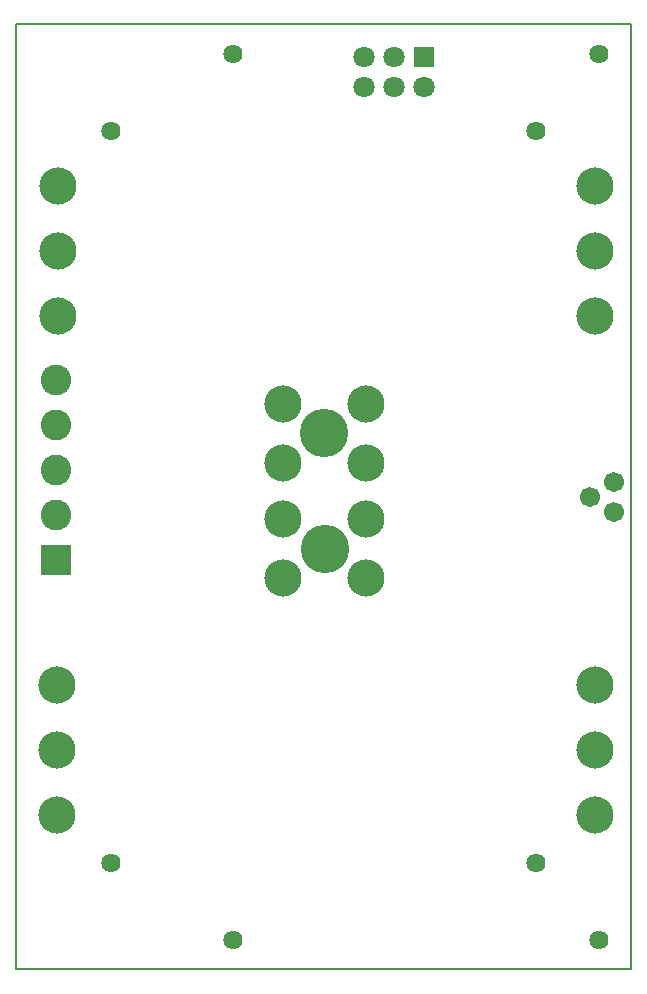
<source format=gbs>
G04*
G04 #@! TF.GenerationSoftware,Altium Limited,Altium Designer,19.0.14 (431)*
G04*
G04 Layer_Color=10517442*
%FSLAX25Y25*%
%MOIN*%
G70*
G01*
G75*
%ADD10C,0.00700*%
%ADD38C,0.06699*%
%ADD39C,0.07093*%
%ADD40R,0.07093X0.07093*%
%ADD41R,0.10243X0.10243*%
%ADD42C,0.10243*%
%ADD43C,0.06400*%
%ADD44C,0.12400*%
%ADD45C,0.16148*%
D10*
X204724Y0D02*
X204724Y314961D01*
X0D02*
X204724D01*
X0Y0D02*
X204724D01*
X-0Y314961D02*
X0Y144380D01*
X-0Y0D02*
X0Y144380D01*
D38*
X199174Y152474D02*
D03*
Y162474D02*
D03*
X191300Y157474D02*
D03*
D39*
X115984Y294213D02*
D03*
Y304213D02*
D03*
X125984D02*
D03*
X135984Y294213D02*
D03*
X125984D02*
D03*
D40*
X135984Y304213D02*
D03*
D41*
X13300Y136480D02*
D03*
D42*
Y151480D02*
D03*
Y166480D02*
D03*
Y181480D02*
D03*
Y196480D02*
D03*
D43*
X194286Y9843D02*
D03*
X72239D02*
D03*
Y305118D02*
D03*
X194286D02*
D03*
X173228Y279528D02*
D03*
X31496D02*
D03*
X173228Y35433D02*
D03*
X31496D02*
D03*
D44*
X192913Y94787D02*
D03*
Y51480D02*
D03*
Y73134D02*
D03*
X88920Y150023D02*
D03*
Y130338D02*
D03*
X116480D02*
D03*
Y150023D02*
D03*
X116379Y168838D02*
D03*
Y188523D02*
D03*
X88820D02*
D03*
Y168838D02*
D03*
X192913Y239382D02*
D03*
Y217728D02*
D03*
Y261035D02*
D03*
X13600Y73134D02*
D03*
Y94787D02*
D03*
Y51480D02*
D03*
X13780Y239380D02*
D03*
Y261034D02*
D03*
Y217727D02*
D03*
D45*
X102700Y140180D02*
D03*
X102600Y178680D02*
D03*
M02*

</source>
